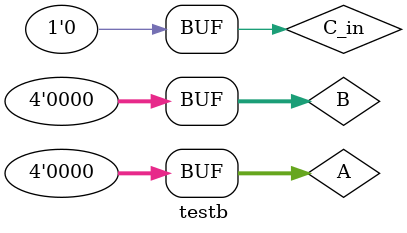
<source format=v>
`timescale 1ns/100ps
module LACA(S,C_out,C_in,A,B);
  input [3:0]A,B;
  input C_in;
  output [3:0] S;
  output C_out;
  wire G0,G1,G2,G3,P0,P1,P2,P3,C1,C2,C3,t1,t2,t3,t4,t5,t6,t7,t8,t9,u1,u2,u3,u4,u5;
  //1st level
  xor #4 c1(P0,A[0],B[0]);xor #4 c2(P1,A[1],B[1]);xor #4 c3(P2,A[2],B[2]);xor #4 c4(P3,A[3],B[3]);
  and #5 c5(G0,A[0],B[0]);and #5 c6(G1,A[1],B[1]);and #5 c7(G2,A[2],B[2]);and #5 c8(G3,A[3],B[3]);
  //2nd level
  and #5 c9(t1,P0,C_in);and #5 c10(t3,P0,P1,C_in);and #5 c11(t4,P1,G0);
  and #5 c12(t6,P0,P1,P2,C_in);and #5 c13(t7,P2,P1,G0);and #5 c14(t8,P2,G1);and #5 c15(u1,P3,P2,P1,P0,C_in);
  and #5 c16(u2,P3,P2,P1,G0);and #5 c17(u3,P3,P2,G1);and #5 c18(u4,P3,G2);
  //3rd level
  or #3 v1(C1,t1,G0);or #3 v2(C2,t3,t4,G1);or #3 v3(C3,t6,t7,t8,G2);or #3 v4(C_out,u1,u2,u3,u4,G3);
  //4th level
  xor #4 b1(S[0],P0,C_in);xor #4 b2(S[1],P1,C1);xor #4 b3(S[2],P2,C2);xor #4 b4(S[3],P3,C3);  
endmodule

module testb;
  reg  [3:0]A,B;
  reg  C_in;
  wire [3:0]S;  
  wire C_out;
  LACA CKT1(S,C_out,C_in,A,B);
   initial begin
     $dumpfile("LACA.vcd");
     $dumpvars(0,testb);
     $monitor(S,C_out,C_in,A,B);
           C_in=1;A=4'b1010;B=4'b0101;
         #65 C_in=0;A=4'b0000;B=4'b0000;
         #5  C_in=0;
   end
endmodule         

</source>
